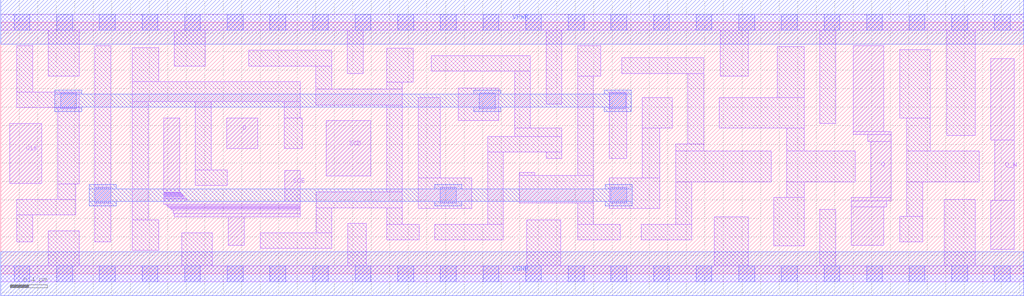
<source format=lef>
# Copyright 2020 The SkyWater PDK Authors
#
# Licensed under the Apache License, Version 2.0 (the "License");
# you may not use this file except in compliance with the License.
# You may obtain a copy of the License at
#
#     https://www.apache.org/licenses/LICENSE-2.0
#
# Unless required by applicable law or agreed to in writing, software
# distributed under the License is distributed on an "AS IS" BASIS,
# WITHOUT WARRANTIES OR CONDITIONS OF ANY KIND, either express or implied.
# See the License for the specific language governing permissions and
# limitations under the License.
#
# SPDX-License-Identifier: Apache-2.0

VERSION 5.7 ;
  NAMESCASESENSITIVE ON ;
  NOWIREEXTENSIONATPIN ON ;
  DIVIDERCHAR "/" ;
  BUSBITCHARS "[]" ;
UNITS
  DATABASE MICRONS 200 ;
END UNITS
MACRO sky130_fd_sc_hd__sdfxbp_1
  CLASS CORE ;
  SOURCE USER ;
  FOREIGN sky130_fd_sc_hd__sdfxbp_1 ;
  ORIGIN  0.000000  0.000000 ;
  SIZE  11.04000 BY  2.720000 ;
  SYMMETRY X Y R90 ;
  SITE unithd ;
  PIN D
    ANTENNAGATEAREA  0.159000 ;
    DIRECTION INPUT ;
    USE SIGNAL ;
    PORT
      LAYER li1 ;
        RECT 2.440000 1.355000 2.775000 1.685000 ;
    END
  END D
  PIN Q
    ANTENNADIFFAREA  0.429000 ;
    DIRECTION OUTPUT ;
    USE SIGNAL ;
    PORT
      LAYER li1 ;
        RECT 9.180000 0.305000 9.530000 0.725000 ;
        RECT 9.180000 0.725000 9.560000 0.790000 ;
        RECT 9.180000 0.790000 9.610000 0.825000 ;
        RECT 9.200000 1.505000 9.610000 1.540000 ;
        RECT 9.200000 1.540000 9.530000 2.465000 ;
        RECT 9.355000 1.430000 9.610000 1.505000 ;
        RECT 9.390000 0.825000 9.610000 1.430000 ;
    END
  END Q
  PIN Q_N
    ANTENNADIFFAREA  0.429000 ;
    DIRECTION OUTPUT ;
    USE SIGNAL ;
    PORT
      LAYER li1 ;
        RECT 10.685000 0.265000 10.940000 0.795000 ;
        RECT 10.685000 1.445000 10.940000 2.325000 ;
        RECT 10.730000 0.795000 10.940000 1.445000 ;
    END
  END Q_N
  PIN SCD
    ANTENNAGATEAREA  0.159000 ;
    DIRECTION INPUT ;
    USE SIGNAL ;
    PORT
      LAYER li1 ;
        RECT 3.515000 1.055000 3.995000 1.655000 ;
    END
  END SCD
  PIN SCE
    ANTENNAGATEAREA  0.318000 ;
    DIRECTION INPUT ;
    USE SIGNAL ;
    PORT
      LAYER li1 ;
        RECT 1.760000 0.750000 3.235000 0.785000 ;
        RECT 1.760000 0.785000 2.010000 0.810000 ;
        RECT 1.760000 0.810000 1.990000 0.820000 ;
        RECT 1.760000 0.820000 1.975000 0.835000 ;
        RECT 1.760000 0.835000 1.970000 0.840000 ;
        RECT 1.760000 0.840000 1.965000 0.850000 ;
        RECT 1.760000 0.850000 1.960000 0.855000 ;
        RECT 1.760000 0.855000 1.955000 0.860000 ;
        RECT 1.760000 0.860000 1.950000 0.870000 ;
        RECT 1.760000 0.870000 1.945000 0.875000 ;
        RECT 1.760000 0.875000 1.940000 0.880000 ;
        RECT 1.760000 0.880000 1.930000 1.685000 ;
        RECT 1.790000 0.735000 3.235000 0.750000 ;
        RECT 1.805000 0.725000 3.235000 0.735000 ;
        RECT 1.820000 0.715000 3.235000 0.725000 ;
        RECT 1.830000 0.705000 3.235000 0.715000 ;
        RECT 1.840000 0.690000 3.235000 0.705000 ;
        RECT 1.860000 0.655000 3.235000 0.690000 ;
        RECT 1.875000 0.615000 3.235000 0.655000 ;
        RECT 2.455000 0.305000 2.630000 0.615000 ;
        RECT 3.065000 0.785000 3.235000 1.115000 ;
    END
  END SCE
  PIN CLK
    ANTENNAGATEAREA  0.159000 ;
    DIRECTION INPUT ;
    USE CLOCK ;
    PORT
      LAYER li1 ;
        RECT 0.095000 0.975000 0.445000 1.625000 ;
    END
  END CLK
  PIN VGND
    DIRECTION INOUT ;
    SHAPE ABUTMENT ;
    USE GROUND ;
    PORT
      LAYER met1 ;
        RECT 0.000000 -0.240000 11.040000 0.240000 ;
    END
  END VGND
  PIN VPWR
    DIRECTION INOUT ;
    SHAPE ABUTMENT ;
    USE POWER ;
    PORT
      LAYER met1 ;
        RECT 0.000000 2.480000 11.040000 2.960000 ;
    END
  END VPWR
  OBS
    LAYER li1 ;
      RECT  0.000000 -0.085000 11.040000 0.085000 ;
      RECT  0.000000  2.635000 11.040000 2.805000 ;
      RECT  0.175000  0.345000  0.345000 0.635000 ;
      RECT  0.175000  0.635000  0.810000 0.805000 ;
      RECT  0.175000  1.795000  0.845000 1.965000 ;
      RECT  0.175000  1.965000  0.345000 2.465000 ;
      RECT  0.515000  0.085000  0.845000 0.465000 ;
      RECT  0.515000  2.135000  0.845000 2.635000 ;
      RECT  0.615000  0.805000  0.810000 0.970000 ;
      RECT  0.615000  0.970000  0.845000 1.795000 ;
      RECT  1.015000  0.345000  1.185000 2.465000 ;
      RECT  1.420000  0.255000  1.705000 0.585000 ;
      RECT  1.420000  0.585000  1.590000 1.860000 ;
      RECT  1.420000  1.860000  3.230000 2.075000 ;
      RECT  1.420000  2.075000  1.705000 2.445000 ;
      RECT  1.875000  2.245000  2.205000 2.635000 ;
      RECT  1.955000  0.085000  2.285000 0.445000 ;
      RECT  2.100000  0.955000  2.445000 1.125000 ;
      RECT  2.100000  1.125000  2.270000 1.860000 ;
      RECT  2.675000  2.245000  3.570000 2.415000 ;
      RECT  2.800000  0.275000  3.575000 0.445000 ;
      RECT  3.060000  1.355000  3.255000 1.685000 ;
      RECT  3.060000  1.685000  3.230000 1.860000 ;
      RECT  3.400000  1.825000  4.335000 1.995000 ;
      RECT  3.400000  1.995000  3.570000 2.245000 ;
      RECT  3.405000  0.445000  3.575000 0.715000 ;
      RECT  3.405000  0.715000  4.335000 0.885000 ;
      RECT  3.740000  2.165000  3.910000 2.635000 ;
      RECT  3.745000  0.085000  3.945000 0.545000 ;
      RECT  4.165000  0.365000  4.515000 0.535000 ;
      RECT  4.165000  0.535000  4.335000 0.715000 ;
      RECT  4.165000  0.885000  4.335000 1.825000 ;
      RECT  4.165000  1.995000  4.335000 2.070000 ;
      RECT  4.165000  2.070000  4.450000 2.440000 ;
      RECT  4.505000  0.705000  5.085000 1.035000 ;
      RECT  4.505000  1.035000  4.745000 1.905000 ;
      RECT  4.645000  2.190000  5.715000 2.360000 ;
      RECT  4.685000  0.365000  5.425000 0.535000 ;
      RECT  4.935000  1.655000  5.375000 2.010000 ;
      RECT  5.255000  0.535000  5.425000 1.315000 ;
      RECT  5.255000  1.315000  6.055000 1.485000 ;
      RECT  5.545000  1.485000  6.055000 1.575000 ;
      RECT  5.545000  1.575000  5.715000 2.190000 ;
      RECT  5.595000  0.765000  6.395000 1.065000 ;
      RECT  5.595000  1.065000  5.765000 1.095000 ;
      RECT  5.675000  0.085000  6.045000 0.585000 ;
      RECT  5.885000  1.245000  6.055000 1.315000 ;
      RECT  5.885000  1.835000  6.055000 2.635000 ;
      RECT  6.225000  0.365000  6.685000 0.535000 ;
      RECT  6.225000  0.535000  6.395000 0.765000 ;
      RECT  6.225000  1.065000  6.395000 2.135000 ;
      RECT  6.225000  2.135000  6.475000 2.465000 ;
      RECT  6.565000  0.705000  7.115000 1.035000 ;
      RECT  6.565000  1.245000  6.755000 1.965000 ;
      RECT  6.700000  2.165000  7.585000 2.335000 ;
      RECT  6.915000  0.365000  7.455000 0.535000 ;
      RECT  6.925000  1.035000  7.115000 1.575000 ;
      RECT  6.925000  1.575000  7.245000 1.905000 ;
      RECT  7.285000  0.535000  7.455000 0.995000 ;
      RECT  7.285000  0.995000  8.315000 1.325000 ;
      RECT  7.285000  1.325000  7.585000 1.405000 ;
      RECT  7.415000  1.405000  7.585000 2.165000 ;
      RECT  7.700000  0.085000  8.070000 0.615000 ;
      RECT  7.755000  1.575000  8.670000 1.905000 ;
      RECT  7.765000  2.135000  8.070000 2.635000 ;
      RECT  8.340000  0.300000  8.670000 0.825000 ;
      RECT  8.380000  1.905000  8.670000 2.455000 ;
      RECT  8.485000  0.825000  8.670000 0.995000 ;
      RECT  8.485000  0.995000  9.220000 1.325000 ;
      RECT  8.485000  1.325000  8.670000 1.575000 ;
      RECT  8.840000  0.085000  9.010000 0.695000 ;
      RECT  8.840000  1.625000  9.010000 2.635000 ;
      RECT  9.700000  0.345000  9.950000 0.620000 ;
      RECT  9.700000  1.685000 10.030000 2.425000 ;
      RECT  9.780000  0.620000  9.950000 0.995000 ;
      RECT  9.780000  0.995000 10.560000 1.325000 ;
      RECT  9.780000  1.325000 10.030000 1.685000 ;
      RECT 10.185000  0.085000 10.515000 0.805000 ;
      RECT 10.210000  1.495000 10.515000 2.635000 ;
    LAYER mcon ;
      RECT  0.145000 -0.085000  0.315000 0.085000 ;
      RECT  0.145000  2.635000  0.315000 2.805000 ;
      RECT  0.605000 -0.085000  0.775000 0.085000 ;
      RECT  0.605000  2.635000  0.775000 2.805000 ;
      RECT  0.645000  1.785000  0.815000 1.955000 ;
      RECT  1.015000  0.765000  1.185000 0.935000 ;
      RECT  1.065000 -0.085000  1.235000 0.085000 ;
      RECT  1.065000  2.635000  1.235000 2.805000 ;
      RECT  1.525000 -0.085000  1.695000 0.085000 ;
      RECT  1.525000  2.635000  1.695000 2.805000 ;
      RECT  1.985000 -0.085000  2.155000 0.085000 ;
      RECT  1.985000  2.635000  2.155000 2.805000 ;
      RECT  2.445000 -0.085000  2.615000 0.085000 ;
      RECT  2.445000  2.635000  2.615000 2.805000 ;
      RECT  2.905000 -0.085000  3.075000 0.085000 ;
      RECT  2.905000  2.635000  3.075000 2.805000 ;
      RECT  3.365000 -0.085000  3.535000 0.085000 ;
      RECT  3.365000  2.635000  3.535000 2.805000 ;
      RECT  3.825000 -0.085000  3.995000 0.085000 ;
      RECT  3.825000  2.635000  3.995000 2.805000 ;
      RECT  4.285000 -0.085000  4.455000 0.085000 ;
      RECT  4.285000  2.635000  4.455000 2.805000 ;
      RECT  4.745000 -0.085000  4.915000 0.085000 ;
      RECT  4.745000  0.765000  4.915000 0.935000 ;
      RECT  4.745000  2.635000  4.915000 2.805000 ;
      RECT  5.165000  1.785000  5.335000 1.955000 ;
      RECT  5.205000 -0.085000  5.375000 0.085000 ;
      RECT  5.205000  2.635000  5.375000 2.805000 ;
      RECT  5.665000 -0.085000  5.835000 0.085000 ;
      RECT  5.665000  2.635000  5.835000 2.805000 ;
      RECT  6.125000 -0.085000  6.295000 0.085000 ;
      RECT  6.125000  2.635000  6.295000 2.805000 ;
      RECT  6.575000  1.785000  6.745000 1.955000 ;
      RECT  6.585000 -0.085000  6.755000 0.085000 ;
      RECT  6.585000  0.765000  6.755000 0.935000 ;
      RECT  6.585000  2.635000  6.755000 2.805000 ;
      RECT  7.045000 -0.085000  7.215000 0.085000 ;
      RECT  7.045000  2.635000  7.215000 2.805000 ;
      RECT  7.505000 -0.085000  7.675000 0.085000 ;
      RECT  7.505000  2.635000  7.675000 2.805000 ;
      RECT  7.965000 -0.085000  8.135000 0.085000 ;
      RECT  7.965000  2.635000  8.135000 2.805000 ;
      RECT  8.425000 -0.085000  8.595000 0.085000 ;
      RECT  8.425000  2.635000  8.595000 2.805000 ;
      RECT  8.885000 -0.085000  9.055000 0.085000 ;
      RECT  8.885000  2.635000  9.055000 2.805000 ;
      RECT  9.345000 -0.085000  9.515000 0.085000 ;
      RECT  9.345000  2.635000  9.515000 2.805000 ;
      RECT  9.805000 -0.085000  9.975000 0.085000 ;
      RECT  9.805000  2.635000  9.975000 2.805000 ;
      RECT 10.265000 -0.085000 10.435000 0.085000 ;
      RECT 10.265000  2.635000 10.435000 2.805000 ;
      RECT 10.725000 -0.085000 10.895000 0.085000 ;
      RECT 10.725000  2.635000 10.895000 2.805000 ;
    LAYER met1 ;
      RECT 0.585000 1.755000 0.875000 1.800000 ;
      RECT 0.585000 1.800000 6.805000 1.940000 ;
      RECT 0.585000 1.940000 0.875000 1.985000 ;
      RECT 0.955000 0.735000 1.245000 0.780000 ;
      RECT 0.955000 0.780000 6.815000 0.920000 ;
      RECT 0.955000 0.920000 1.245000 0.965000 ;
      RECT 4.685000 0.735000 4.975000 0.780000 ;
      RECT 4.685000 0.920000 4.975000 0.965000 ;
      RECT 5.105000 1.755000 5.395000 1.800000 ;
      RECT 5.105000 1.940000 5.395000 1.985000 ;
      RECT 6.515000 1.755000 6.805000 1.800000 ;
      RECT 6.515000 1.940000 6.805000 1.985000 ;
      RECT 6.525000 0.735000 6.815000 0.780000 ;
      RECT 6.525000 0.920000 6.815000 0.965000 ;
  END
END sky130_fd_sc_hd__sdfxbp_1
END LIBRARY

</source>
